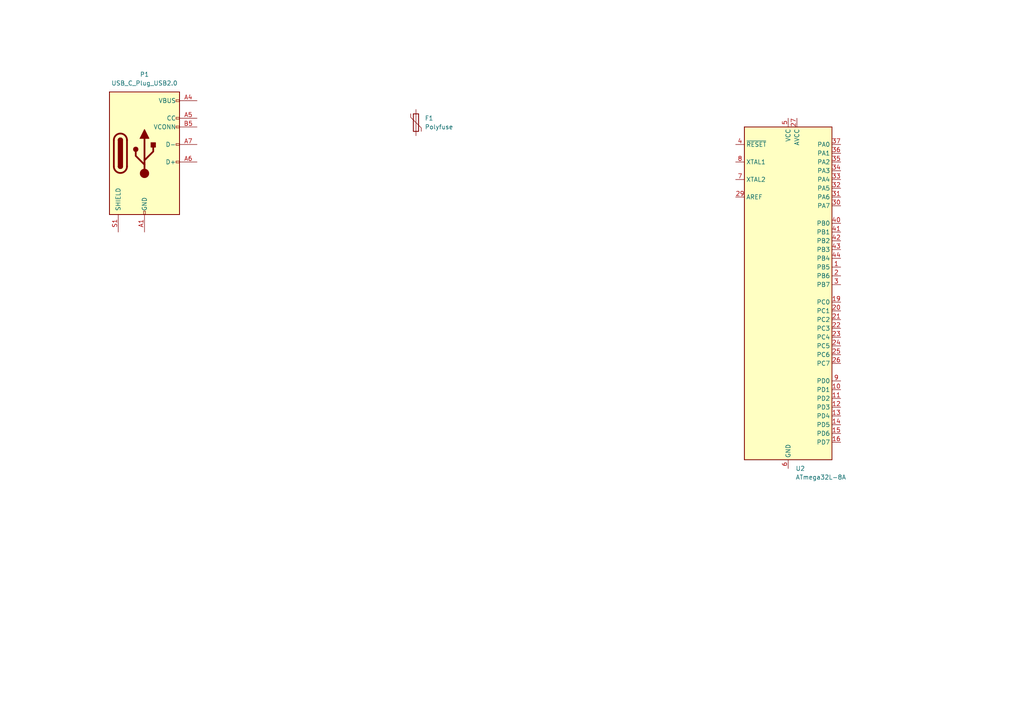
<source format=kicad_sch>
(kicad_sch (version 20250114) (generator "eeschema") (generator_version "9.0")
  (paper "A4")
  (lib_symbols
    (symbol "Connector:USB_C_Plug_USB2.0" (pin_names (offset 1.016))
      (property "Reference" "P" (at -10.16 19.05 0))
      (property "Value" "USB_C_Plug_USB2.0" (at 12.7 19.05 0))
      (symbol "USB_C_Plug_USB2.0_0_0"
        (rectangle (start -0.254 -17.78) (end 0.254 -16.764))
        (rectangle (start 10.16 15.494) (end 9.144 14.986))
        (rectangle (start 10.16 10.414) (end 9.144 9.906))
        (rectangle (start 10.16 7.874) (end 9.144 7.366))
        (rectangle (start 10.16 2.794) (end 9.144 2.286))
        (rectangle (start 10.16 -2.286) (end 9.144 -2.794))
      )
      (symbol "USB_C_Plug_USB2.0_0_1"
        (rectangle (start -10.16 17.78) (end 10.16 -17.78) (stroke (width 0.254)) (fill (type background)))
        (polyline (pts (xy -8.89 -3.81) (xy -8.89 3.81)) (stroke (width 0.508)))
        (rectangle (start -7.62 -3.81) (end -6.35 3.81) (stroke (width 0.254)) (fill (type outline)))
        (arc (start -7.62 3.81) (mid -6.985 4.4423) (end -6.35 3.81) (stroke (width 0.254)))
        (arc (start -7.62 3.81) (mid -6.985 4.4423) (end -6.35 3.81) (stroke (width 0.254)) (fill (type outline)))
        (arc (start -8.89 3.81) (mid -6.985 5.7067) (end -5.08 3.81) (stroke (width 0.508)))
        (arc (start -5.08 -3.81) (mid -6.985 -5.7067) (end -8.89 -3.81) (stroke (width 0.508)))
        (arc (start -6.35 -3.81) (mid -6.985 -4.4423) (end -7.62 -3.81) (stroke (width 0.254)))
        (arc (start -6.35 -3.81) (mid -6.985 -4.4423) (end -7.62 -3.81) (stroke (width 0.254)) (fill (type outline)))
        (polyline (pts (xy -5.08 3.81) (xy -5.08 -3.81)) (stroke (width 0.508)))
        (circle (center -2.54 1.143) (radius 0.635) (stroke (width 0.254)) (fill (type outline)))
        (polyline (pts (xy -1.27 4.318) (xy 0 6.858) (xy 1.27 4.318) (xy -1.27 4.318)) (stroke (width 0.254)) (fill (type outline)))
        (polyline (pts (xy 0 -2.032) (xy 2.54 0.508) (xy 2.54 1.778)) (stroke (width 0.508)))
        (polyline (pts (xy 0 -3.302) (xy -2.54 -0.762) (xy -2.54 0.508)) (stroke (width 0.508)))
        (polyline (pts (xy 0 -5.842) (xy 0 4.318)) (stroke (width 0.508)))
        (circle (center 0 -5.842) (radius 1.27) (fill (type outline)))
        (rectangle (start 1.905 1.778) (end 3.175 3.048) (stroke (width 0.254)) (fill (type outline)))
      )
      (symbol "USB_C_Plug_USB2.0_1_1"
        (pin passive line (at -7.62 -22.86 90) (length 5.08) (name "SHIELD") (number "S1"))
        (pin passive line (at 0 -22.86 90) (length 5.08) (name "GND") (number "A1"))
        (pin passive line (at 0 -22.86 90) (length 5.08) (hide yes) (name "GND") (number "A12"))
        (pin passive line (at 0 -22.86 90) (length 5.08) (hide yes) (name "GND") (number "B1"))
        (pin passive line (at 0 -22.86 90) (length 5.08) (hide yes) (name "GND") (number "B12"))
        (pin passive line (at 15.24 15.24 180) (length 5.08) (name "VBUS") (number "A4"))
        (pin passive line (at 15.24 15.24 180) (length 5.08) (hide yes) (name "VBUS") (number "A9"))
        (pin passive line (at 15.24 15.24 180) (length 5.08) (hide yes) (name "VBUS") (number "B4"))
        (pin passive line (at 15.24 15.24 180) (length 5.08) (hide yes) (name "VBUS") (number "B9"))
        (pin bidirectional line (at 15.24 10.16 180) (length 5.08) (name "CC") (number "A5"))
        (pin bidirectional line (at 15.24 7.62 180) (length 5.08) (name "VCONN") (number "B5"))
        (pin bidirectional line (at 15.24 2.54 180) (length 5.08) (name "D-") (number "A7"))
        (pin bidirectional line (at 15.24 -2.54 180) (length 5.08) (name "D+") (number "A6"))
      )
    )
    (symbol "Device:Polyfuse" (pin_numbers (hide yes)) (pin_names (offset 0))
      (property "Reference" "F" (at -2.54 0 90))
      (property "Value" "Polyfuse" (at 2.54 0 90))
      (symbol "Polyfuse_0_1"
        (polyline (pts (xy -1.524 2.54) (xy -1.524 1.524) (xy 1.524 -1.524) (xy 1.524 -2.54)))
        (rectangle (start -0.762 2.54) (end 0.762 -2.54) (stroke (width 0.254)))
        (polyline (pts (xy 0 2.54) (xy 0 -2.54)))
      )
      (symbol "Polyfuse_1_1"
        (pin passive line (at 0 3.81 270) (length 1.27) (name "~") (number "1"))
        (pin passive line (at 0 -3.81 90) (length 1.27) (name "~") (number "2"))
      )
    )
    (symbol "MCU_Microchip_ATmega:ATmega32L-8A"
      (property "Reference" "U" (at -12.7 49.53 0))
      (property "Value" "ATmega32L-8A" (at 2.54 -49.53 0))
      (symbol "ATmega32L-8A_0_1"
        (rectangle (start -12.7 -48.26) (end 12.7 48.26) (stroke (width 0.254)) (fill (type background)))
      )
      (symbol "ATmega32L-8A_1_1"
        (pin input line (at -15.24 43.18 0) (length 2.54) (name "~{RESET}") (number "4"))
        (pin input line (at -15.24 38.1 0) (length 2.54) (name "XTAL1") (number "8"))
        (pin output line (at -15.24 33.02 0) (length 2.54) (name "XTAL2") (number "7"))
        (pin passive line (at -15.24 27.94 0) (length 2.54) (name "AREF") (number "29"))
        (pin passive line (at 0 50.8 270) (length 2.54) (hide yes) (name "VCC") (number "17"))
        (pin passive line (at 0 50.8 270) (length 2.54) (hide yes) (name "VCC") (number "38"))
        (pin power_in line (at 0 50.8 270) (length 2.54) (name "VCC") (number "5"))
        (pin passive line (at 0 -50.8 90) (length 2.54) (hide yes) (name "GND") (number "18"))
        (pin passive line (at 0 -50.8 90) (length 2.54) (hide yes) (name "GND") (number "28"))
        (pin passive line (at 0 -50.8 90) (length 2.54) (hide yes) (name "GND") (number "39"))
        (pin power_in line (at 0 -50.8 90) (length 2.54) (name "GND") (number "6"))
        (pin power_in line (at 2.54 50.8 270) (length 2.54) (name "AVCC") (number "27"))
        (pin bidirectional line (at 15.24 43.18 180) (length 2.54) (name "PA0") (number "37"))
        (pin bidirectional line (at 15.24 40.64 180) (length 2.54) (name "PA1") (number "36"))
        (pin bidirectional line (at 15.24 38.1 180) (length 2.54) (name "PA2") (number "35"))
        (pin bidirectional line (at 15.24 35.56 180) (length 2.54) (name "PA3") (number "34"))
        (pin bidirectional line (at 15.24 33.02 180) (length 2.54) (name "PA4") (number "33"))
        (pin bidirectional line (at 15.24 30.48 180) (length 2.54) (name "PA5") (number "32"))
        (pin bidirectional line (at 15.24 27.94 180) (length 2.54) (name "PA6") (number "31"))
        (pin bidirectional line (at 15.24 25.4 180) (length 2.54) (name "PA7") (number "30"))
        (pin bidirectional line (at 15.24 20.32 180) (length 2.54) (name "PB0") (number "40"))
        (pin bidirectional line (at 15.24 17.78 180) (length 2.54) (name "PB1") (number "41"))
        (pin bidirectional line (at 15.24 15.24 180) (length 2.54) (name "PB2") (number "42"))
        (pin bidirectional line (at 15.24 12.7 180) (length 2.54) (name "PB3") (number "43"))
        (pin bidirectional line (at 15.24 10.16 180) (length 2.54) (name "PB4") (number "44"))
        (pin bidirectional line (at 15.24 7.62 180) (length 2.54) (name "PB5") (number "1"))
        (pin bidirectional line (at 15.24 5.08 180) (length 2.54) (name "PB6") (number "2"))
        (pin bidirectional line (at 15.24 2.54 180) (length 2.54) (name "PB7") (number "3"))
        (pin bidirectional line (at 15.24 -2.54 180) (length 2.54) (name "PC0") (number "19"))
        (pin bidirectional line (at 15.24 -5.08 180) (length 2.54) (name "PC1") (number "20"))
        (pin bidirectional line (at 15.24 -7.62 180) (length 2.54) (name "PC2") (number "21"))
        (pin bidirectional line (at 15.24 -10.16 180) (length 2.54) (name "PC3") (number "22"))
        (pin bidirectional line (at 15.24 -12.7 180) (length 2.54) (name "PC4") (number "23"))
        (pin bidirectional line (at 15.24 -15.24 180) (length 2.54) (name "PC5") (number "24"))
        (pin bidirectional line (at 15.24 -17.78 180) (length 2.54) (name "PC6") (number "25"))
        (pin bidirectional line (at 15.24 -20.32 180) (length 2.54) (name "PC7") (number "26"))
        (pin bidirectional line (at 15.24 -25.4 180) (length 2.54) (name "PD0") (number "9"))
        (pin bidirectional line (at 15.24 -27.94 180) (length 2.54) (name "PD1") (number "10"))
        (pin bidirectional line (at 15.24 -30.48 180) (length 2.54) (name "PD2") (number "11"))
        (pin bidirectional line (at 15.24 -33.02 180) (length 2.54) (name "PD3") (number "12"))
        (pin bidirectional line (at 15.24 -35.56 180) (length 2.54) (name "PD4") (number "13"))
        (pin bidirectional line (at 15.24 -38.1 180) (length 2.54) (name "PD5") (number "14"))
        (pin bidirectional line (at 15.24 -40.64 180) (length 2.54) (name "PD6") (number "15"))
        (pin bidirectional line (at 15.24 -43.18 180) (length 2.54) (name "PD7") (number "16"))
      )
    )
  )
  (symbol (lib_id "Connector:USB_C_Plug_USB2.0") (at 41.91 44.45 0) (unit 1)
    (property "Reference" "P1" (at 41.91 21.59 0))
    (property "Value" "USB_C_Plug_USB2.0" (at 41.91 24.13 0))
    (property "Datasheet" "https://www.usb.org/sites/default/files/documents/usb_type-c.zip" (effects (hide yes)))
    (property "Description" "USB 2.0-only Type-C Plug connector" (effects (hide yes)))
  )
  (symbol (lib_id "Device:Polyfuse") (at 120.65 35.56 0) (unit 1)
    (property "Reference" "F1" (at 123.19 34.2899 0) (effects (justify left)))
    (property "Value" "Polyfuse" (at 123.19 36.8299 0) (effects (justify left)))
    (property "Description" "Resettable fuse, polymeric positive temperature coefficient" (effects (hide yes)))
  )
  (symbol (lib_id "MCU_Microchip_ATmega:ATmega32L-8A") (at 228.6 85.09 0) (unit 1)
    (property "Reference" "U2" (at 230.7433 135.89 0) (effects (justify left)))
    (property "Value" "ATmega32L-8A" (at 230.7433 138.43 0) (effects (justify left)))
    (property "Footprint" "Package_QFP:TQFP-44_10x10mm_P0.8mm" (effects (hide yes)))
    (property "Datasheet" "http://ww1.microchip.com/downloads/en/DeviceDoc/doc2503.pdf" (effects (hide yes)))
    (property "Description" "8MHz, 32kB Flash, 2kB SRAM, 1kB EEPROM, JTAG, TQFP-44" (effects (hide yes)))
  )
)
</source>
